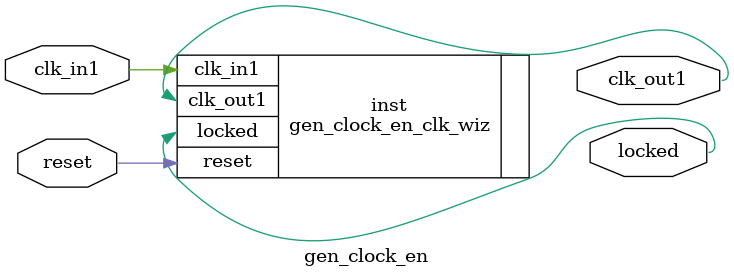
<source format=v>


`timescale 1ps/1ps

(* CORE_GENERATION_INFO = "gen_clock_en,clk_wiz_v6_0_11_0_0,{component_name=gen_clock_en,use_phase_alignment=true,use_min_o_jitter=false,use_max_i_jitter=false,use_dyn_phase_shift=false,use_inclk_switchover=false,use_dyn_reconfig=false,enable_axi=0,feedback_source=FDBK_AUTO,PRIMITIVE=MMCM,num_out_clk=1,clkin1_period=10.000,clkin2_period=10.000,use_power_down=false,use_reset=true,use_locked=true,use_inclk_stopped=false,feedback_type=SINGLE,CLOCK_MGR_TYPE=NA,manual_override=false}" *)

module gen_clock_en 
 (
  // Clock out ports
  output        clk_out1,
  // Status and control signals
  input         reset,
  output        locked,
 // Clock in ports
  input         clk_in1
 );

  gen_clock_en_clk_wiz inst
  (
  // Clock out ports  
  .clk_out1(clk_out1),
  // Status and control signals               
  .reset(reset), 
  .locked(locked),
 // Clock in ports
  .clk_in1(clk_in1)
  );

endmodule

</source>
